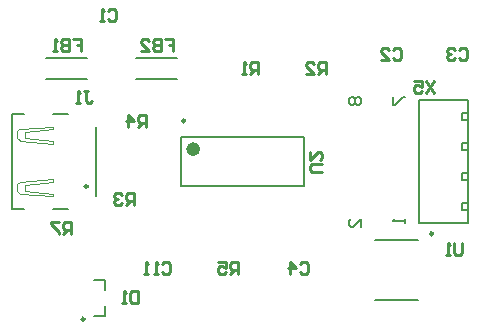
<source format=gbr>
%TF.GenerationSoftware,Altium Limited,Altium Designer,22.2.1 (43)*%
G04 Layer_Color=32896*
%FSLAX43Y43*%
%MOMM*%
%TF.SameCoordinates,22783662-0E91-4B75-9AE6-36AB56575A38*%
%TF.FilePolarity,Positive*%
%TF.FileFunction,Legend,Bot*%
%TF.Part,Single*%
G01*
G75*
%TA.AperFunction,NonConductor*%
%ADD38C,0.250*%
%ADD39C,0.600*%
%ADD40C,0.200*%
%ADD42C,0.254*%
%ADD43C,0.152*%
%ADD44C,0.102*%
%ADD45C,0.127*%
D38*
X6595Y1655D02*
G03*
X6595Y1655I-125J0D01*
G01*
X36095Y8892D02*
G03*
X36095Y8892I-125J0D01*
G01*
X15125Y18450D02*
G03*
X15125Y18450I-125J0D01*
G01*
D39*
X16100Y16050D02*
G03*
X16100Y16050I-300J0D01*
G01*
D40*
X38524Y11510D02*
X39075D01*
X38524Y10870D02*
X39075D01*
X38524D02*
Y11510D01*
Y14050D02*
X39075D01*
X38524Y13410D02*
X39075D01*
X38524D02*
Y14050D01*
Y16590D02*
X39075D01*
X38524Y15950D02*
X39075D01*
X38524D02*
Y16590D01*
Y19130D02*
X39075D01*
X38524Y18490D02*
X39075D01*
X38524D02*
Y19130D01*
X34925Y20230D02*
X39075D01*
Y9770D02*
Y20230D01*
X34925Y9770D02*
X39075D01*
X34925D02*
Y20230D01*
X8320Y4155D02*
Y4955D01*
X7420D02*
X8320D01*
Y1955D02*
Y2755D01*
X7420Y1955D02*
X8320D01*
X31170Y3292D02*
X34870D01*
X31170Y8392D02*
X34870D01*
X3380Y23760D02*
X6780D01*
X3380Y21960D02*
X6780D01*
X11000D02*
X14400D01*
X11000Y23760D02*
X14400D01*
X25200Y12950D02*
Y17050D01*
X14800Y12950D02*
Y17050D01*
Y12950D02*
X25200D01*
X14800Y17050D02*
X25200D01*
D42*
X6870Y12880D02*
G03*
X6870Y12880I-120J0D01*
G01*
X38523Y8128D02*
Y7281D01*
X38354Y7112D01*
X38015D01*
X37846Y7281D01*
Y8128D01*
X37507Y7112D02*
X37169D01*
X37338D01*
Y8128D01*
X37507Y7959D01*
X36231Y21844D02*
X35554Y20828D01*
Y21844D02*
X36231Y20828D01*
X34538Y21844D02*
X35215D01*
Y21336D01*
X34877Y21505D01*
X34707D01*
X34538Y21336D01*
Y20997D01*
X34707Y20828D01*
X35046D01*
X35215Y20997D01*
X26670Y14144D02*
X25823D01*
X25654Y14313D01*
Y14652D01*
X25823Y14821D01*
X26670D01*
X25654Y15837D02*
Y15160D01*
X26331Y15837D01*
X26501D01*
X26670Y15668D01*
Y15329D01*
X26501Y15160D01*
X5418Y8890D02*
Y9906D01*
X4911D01*
X4741Y9737D01*
Y9398D01*
X4911Y9229D01*
X5418D01*
X5080D02*
X4741Y8890D01*
X4403Y9906D02*
X3726D01*
Y9737D01*
X4403Y9059D01*
Y8890D01*
X19588Y5473D02*
Y6489D01*
X19081D01*
X18911Y6320D01*
Y5981D01*
X19081Y5812D01*
X19588D01*
X19250D02*
X18911Y5473D01*
X17896Y6489D02*
X18573D01*
Y5981D01*
X18234Y6150D01*
X18065D01*
X17896Y5981D01*
Y5643D01*
X18065Y5473D01*
X18403D01*
X18573Y5643D01*
X11846Y17942D02*
Y18958D01*
X11339D01*
X11169Y18789D01*
Y18450D01*
X11339Y18281D01*
X11846D01*
X11508D02*
X11169Y17942D01*
X10323D02*
Y18958D01*
X10831Y18450D01*
X10154D01*
X10752Y11344D02*
Y12360D01*
X10245D01*
X10075Y12190D01*
Y11852D01*
X10245Y11683D01*
X10752D01*
X10414D02*
X10075Y11344D01*
X9737Y12190D02*
X9567Y12360D01*
X9229D01*
X9060Y12190D01*
Y12021D01*
X9229Y11852D01*
X9398D01*
X9229D01*
X9060Y11683D01*
Y11513D01*
X9229Y11344D01*
X9567D01*
X9737Y11513D01*
X27008Y22422D02*
Y23438D01*
X26501D01*
X26331Y23268D01*
Y22930D01*
X26501Y22760D01*
X27008D01*
X26670D02*
X26331Y22422D01*
X25316D02*
X25993D01*
X25316Y23099D01*
Y23268D01*
X25485Y23438D01*
X25823D01*
X25993Y23268D01*
X21322Y22422D02*
Y23438D01*
X20814D01*
X20645Y23268D01*
Y22930D01*
X20814Y22760D01*
X21322D01*
X20984D02*
X20645Y22422D01*
X20306D02*
X19968D01*
X20137D01*
Y23438D01*
X20306Y23268D01*
X6595Y20978D02*
X6934D01*
X6764D01*
Y20131D01*
X6934Y19962D01*
X7103D01*
X7272Y20131D01*
X6256Y19962D02*
X5918D01*
X6087D01*
Y20978D01*
X6256Y20809D01*
X13442Y25400D02*
X14119D01*
Y24892D01*
X13780D01*
X14119D01*
Y24384D01*
X13103Y25400D02*
Y24384D01*
X12596D01*
X12426Y24553D01*
Y24723D01*
X12596Y24892D01*
X13103D01*
X12596D01*
X12426Y25061D01*
Y25231D01*
X12596Y25400D01*
X13103D01*
X11411Y24384D02*
X12088D01*
X11411Y25061D01*
Y25231D01*
X11580Y25400D01*
X11918D01*
X12088Y25231D01*
X5588Y25400D02*
X6265D01*
Y24892D01*
X5926D01*
X6265D01*
Y24384D01*
X5249Y25400D02*
Y24384D01*
X4741D01*
X4572Y24553D01*
Y24723D01*
X4741Y24892D01*
X5249D01*
X4741D01*
X4572Y25061D01*
Y25231D01*
X4741Y25400D01*
X5249D01*
X4234Y24384D02*
X3895D01*
X4064D01*
Y25400D01*
X4234Y25231D01*
X11120Y4064D02*
Y3048D01*
X10612D01*
X10442Y3217D01*
Y3895D01*
X10612Y4064D01*
X11120D01*
X10104Y3048D02*
X9765D01*
X9935D01*
Y4064D01*
X10104Y3895D01*
X13188Y6320D02*
X13357Y6489D01*
X13696D01*
X13865Y6320D01*
Y5643D01*
X13696Y5473D01*
X13357D01*
X13188Y5643D01*
X12849Y5473D02*
X12511D01*
X12680D01*
Y6489D01*
X12849Y6320D01*
X12003Y5473D02*
X11664D01*
X11834D01*
Y6489D01*
X12003Y6320D01*
X24807D02*
X24977Y6489D01*
X25315D01*
X25484Y6320D01*
Y5643D01*
X25315Y5473D01*
X24977D01*
X24807Y5643D01*
X23961Y5473D02*
Y6489D01*
X24469Y5981D01*
X23792D01*
X38269Y24469D02*
X38439Y24638D01*
X38777D01*
X38946Y24469D01*
Y23791D01*
X38777Y23622D01*
X38439D01*
X38269Y23791D01*
X37931Y24469D02*
X37761Y24638D01*
X37423D01*
X37254Y24469D01*
Y24299D01*
X37423Y24130D01*
X37592D01*
X37423D01*
X37254Y23961D01*
Y23791D01*
X37423Y23622D01*
X37761D01*
X37931Y23791D01*
X32681Y24469D02*
X32851Y24638D01*
X33189D01*
X33358Y24469D01*
Y23791D01*
X33189Y23622D01*
X32851D01*
X32681Y23791D01*
X31666Y23622D02*
X32343D01*
X31666Y24299D01*
Y24469D01*
X31835Y24638D01*
X32173D01*
X32343Y24469D01*
X8631Y27771D02*
X8801Y27940D01*
X9139D01*
X9309Y27771D01*
Y27093D01*
X9139Y26924D01*
X8801D01*
X8631Y27093D01*
X8293Y26924D02*
X7954D01*
X8124D01*
Y27940D01*
X8293Y27771D01*
D43*
X30000Y9453D02*
Y10130D01*
X29323Y9453D01*
X29154D01*
X28984Y9622D01*
Y9961D01*
X29154Y10130D01*
X33700D02*
Y9791D01*
Y9961D01*
X32684D01*
X32854Y10130D01*
X29154Y20470D02*
X28984Y20301D01*
Y19962D01*
X29154Y19793D01*
X29323D01*
X29492Y19962D01*
X29661Y19793D01*
X29831D01*
X30000Y19962D01*
Y20301D01*
X29831Y20470D01*
X29661D01*
X29492Y20301D01*
X29323Y20470D01*
X29154D01*
X29492Y20301D02*
Y19962D01*
X32684Y20470D02*
Y19793D01*
X32854D01*
X33531Y20470D01*
X33700D01*
D44*
X912Y17544D02*
G03*
X912Y16973I931J-286D01*
G01*
X1172Y17751D02*
G03*
X912Y17544I22J-294D01*
G01*
Y16973D02*
G03*
X1172Y16765I282J86D01*
G01*
Y13235D02*
G03*
X912Y13027I22J-294D01*
G01*
X912Y13027D02*
G03*
X912Y12456I931J-286D01*
G01*
X912Y12456D02*
G03*
X1172Y12249I282J86D01*
G01*
X1172Y17751D02*
X3923Y17959D01*
X1535Y17492D02*
X3923Y17751D01*
X1535Y16973D02*
X3923Y16713D01*
X1535Y12508D02*
Y13027D01*
X1172Y13235D02*
X3923Y13495D01*
X1172Y16765D02*
X3923Y16505D01*
X1535Y12508D02*
X3923Y12249D01*
X1172D02*
X3923Y12041D01*
Y17751D02*
Y17959D01*
X1535Y16973D02*
Y17492D01*
X3923Y16505D02*
Y16713D01*
X1535Y13027D02*
X3923Y13287D01*
Y13495D01*
Y12041D02*
Y12249D01*
D45*
X7600Y12090D02*
Y17910D01*
X3949Y11000D02*
X5166D01*
X480D02*
X1516D01*
X480D02*
Y19000D01*
X1516D01*
X3950D02*
X5166D01*
%TF.MD5,54a73cc05f17b1eda5d96ead321e2346*%
M02*

</source>
